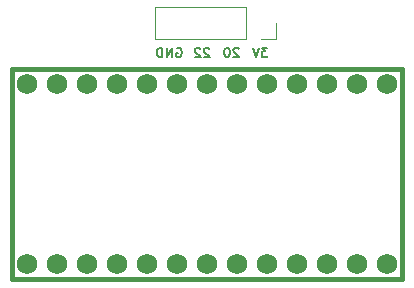
<source format=gbr>
%TF.GenerationSoftware,KiCad,Pcbnew,8.0.6-8.0.6-0~ubuntu24.04.1*%
%TF.CreationDate,2025-04-10T23:09:08-04:00*%
%TF.ProjectId,super-mini-mesh-kicad,73757065-722d-46d6-996e-692d6d657368,rev?*%
%TF.SameCoordinates,Original*%
%TF.FileFunction,Legend,Bot*%
%TF.FilePolarity,Positive*%
%FSLAX46Y46*%
G04 Gerber Fmt 4.6, Leading zero omitted, Abs format (unit mm)*
G04 Created by KiCad (PCBNEW 8.0.6-8.0.6-0~ubuntu24.04.1) date 2025-04-10 23:09:08*
%MOMM*%
%LPD*%
G01*
G04 APERTURE LIST*
%ADD10C,0.150000*%
%ADD11C,0.381000*%
%ADD12C,0.120000*%
%ADD13C,1.752600*%
G04 APERTURE END LIST*
D10*
X73591792Y-27632390D02*
X73667982Y-27594295D01*
X73667982Y-27594295D02*
X73782268Y-27594295D01*
X73782268Y-27594295D02*
X73896554Y-27632390D01*
X73896554Y-27632390D02*
X73972744Y-27708580D01*
X73972744Y-27708580D02*
X74010839Y-27784771D01*
X74010839Y-27784771D02*
X74048935Y-27937152D01*
X74048935Y-27937152D02*
X74048935Y-28051438D01*
X74048935Y-28051438D02*
X74010839Y-28203819D01*
X74010839Y-28203819D02*
X73972744Y-28280009D01*
X73972744Y-28280009D02*
X73896554Y-28356200D01*
X73896554Y-28356200D02*
X73782268Y-28394295D01*
X73782268Y-28394295D02*
X73706077Y-28394295D01*
X73706077Y-28394295D02*
X73591792Y-28356200D01*
X73591792Y-28356200D02*
X73553696Y-28318104D01*
X73553696Y-28318104D02*
X73553696Y-28051438D01*
X73553696Y-28051438D02*
X73706077Y-28051438D01*
X73210839Y-28394295D02*
X73210839Y-27594295D01*
X73210839Y-27594295D02*
X72753696Y-28394295D01*
X72753696Y-28394295D02*
X72753696Y-27594295D01*
X72372744Y-28394295D02*
X72372744Y-27594295D01*
X72372744Y-27594295D02*
X72182268Y-27594295D01*
X72182268Y-27594295D02*
X72067982Y-27632390D01*
X72067982Y-27632390D02*
X71991792Y-27708580D01*
X71991792Y-27708580D02*
X71953697Y-27784771D01*
X71953697Y-27784771D02*
X71915601Y-27937152D01*
X71915601Y-27937152D02*
X71915601Y-28051438D01*
X71915601Y-28051438D02*
X71953697Y-28203819D01*
X71953697Y-28203819D02*
X71991792Y-28280009D01*
X71991792Y-28280009D02*
X72067982Y-28356200D01*
X72067982Y-28356200D02*
X72182268Y-28394295D01*
X72182268Y-28394295D02*
X72372744Y-28394295D01*
X76348935Y-27670485D02*
X76310839Y-27632390D01*
X76310839Y-27632390D02*
X76234649Y-27594295D01*
X76234649Y-27594295D02*
X76044173Y-27594295D01*
X76044173Y-27594295D02*
X75967982Y-27632390D01*
X75967982Y-27632390D02*
X75929887Y-27670485D01*
X75929887Y-27670485D02*
X75891792Y-27746676D01*
X75891792Y-27746676D02*
X75891792Y-27822866D01*
X75891792Y-27822866D02*
X75929887Y-27937152D01*
X75929887Y-27937152D02*
X76387030Y-28394295D01*
X76387030Y-28394295D02*
X75891792Y-28394295D01*
X75587030Y-27670485D02*
X75548934Y-27632390D01*
X75548934Y-27632390D02*
X75472744Y-27594295D01*
X75472744Y-27594295D02*
X75282268Y-27594295D01*
X75282268Y-27594295D02*
X75206077Y-27632390D01*
X75206077Y-27632390D02*
X75167982Y-27670485D01*
X75167982Y-27670485D02*
X75129887Y-27746676D01*
X75129887Y-27746676D02*
X75129887Y-27822866D01*
X75129887Y-27822866D02*
X75167982Y-27937152D01*
X75167982Y-27937152D02*
X75625125Y-28394295D01*
X75625125Y-28394295D02*
X75129887Y-28394295D01*
X81287030Y-27594295D02*
X80791792Y-27594295D01*
X80791792Y-27594295D02*
X81058458Y-27899057D01*
X81058458Y-27899057D02*
X80944173Y-27899057D01*
X80944173Y-27899057D02*
X80867982Y-27937152D01*
X80867982Y-27937152D02*
X80829887Y-27975247D01*
X80829887Y-27975247D02*
X80791792Y-28051438D01*
X80791792Y-28051438D02*
X80791792Y-28241914D01*
X80791792Y-28241914D02*
X80829887Y-28318104D01*
X80829887Y-28318104D02*
X80867982Y-28356200D01*
X80867982Y-28356200D02*
X80944173Y-28394295D01*
X80944173Y-28394295D02*
X81172744Y-28394295D01*
X81172744Y-28394295D02*
X81248935Y-28356200D01*
X81248935Y-28356200D02*
X81287030Y-28318104D01*
X80563220Y-27594295D02*
X80296553Y-28394295D01*
X80296553Y-28394295D02*
X80029887Y-27594295D01*
X78848935Y-27670485D02*
X78810839Y-27632390D01*
X78810839Y-27632390D02*
X78734649Y-27594295D01*
X78734649Y-27594295D02*
X78544173Y-27594295D01*
X78544173Y-27594295D02*
X78467982Y-27632390D01*
X78467982Y-27632390D02*
X78429887Y-27670485D01*
X78429887Y-27670485D02*
X78391792Y-27746676D01*
X78391792Y-27746676D02*
X78391792Y-27822866D01*
X78391792Y-27822866D02*
X78429887Y-27937152D01*
X78429887Y-27937152D02*
X78887030Y-28394295D01*
X78887030Y-28394295D02*
X78391792Y-28394295D01*
X77896553Y-27594295D02*
X77820363Y-27594295D01*
X77820363Y-27594295D02*
X77744172Y-27632390D01*
X77744172Y-27632390D02*
X77706077Y-27670485D01*
X77706077Y-27670485D02*
X77667982Y-27746676D01*
X77667982Y-27746676D02*
X77629887Y-27899057D01*
X77629887Y-27899057D02*
X77629887Y-28089533D01*
X77629887Y-28089533D02*
X77667982Y-28241914D01*
X77667982Y-28241914D02*
X77706077Y-28318104D01*
X77706077Y-28318104D02*
X77744172Y-28356200D01*
X77744172Y-28356200D02*
X77820363Y-28394295D01*
X77820363Y-28394295D02*
X77896553Y-28394295D01*
X77896553Y-28394295D02*
X77972744Y-28356200D01*
X77972744Y-28356200D02*
X78010839Y-28318104D01*
X78010839Y-28318104D02*
X78048934Y-28241914D01*
X78048934Y-28241914D02*
X78087030Y-28089533D01*
X78087030Y-28089533D02*
X78087030Y-27899057D01*
X78087030Y-27899057D02*
X78048934Y-27746676D01*
X78048934Y-27746676D02*
X78010839Y-27670485D01*
X78010839Y-27670485D02*
X77972744Y-27632390D01*
X77972744Y-27632390D02*
X77896553Y-27594295D01*
D11*
%TO.C,U2*%
X59670000Y-29390000D02*
X59670000Y-47170000D01*
X59670000Y-47170000D02*
X92690000Y-47170000D01*
X92690000Y-29390000D02*
X59670000Y-29390000D01*
X92690000Y-47170000D02*
X92690000Y-29390000D01*
D12*
%TO.C,J2*%
X71750000Y-24170000D02*
X71750000Y-26830000D01*
X71750000Y-24170000D02*
X79430000Y-24170000D01*
X71750000Y-26830000D02*
X79430000Y-26830000D01*
X79430000Y-24170000D02*
X79430000Y-26830000D01*
X82030000Y-25500000D02*
X82030000Y-26830000D01*
X82030000Y-26830000D02*
X80700000Y-26830000D01*
%TD*%
D13*
%TO.C,U2*%
X63480000Y-45900000D03*
X66020000Y-45900000D03*
X68560000Y-45900000D03*
X71100000Y-45900000D03*
X73640000Y-45900000D03*
X76180000Y-45900000D03*
X78720000Y-45900000D03*
X81260000Y-45900000D03*
X83800000Y-45900000D03*
X86340000Y-45900000D03*
X88880000Y-45900000D03*
X91420000Y-45900000D03*
X91420000Y-30660000D03*
X88880000Y-30660000D03*
X86340000Y-30660000D03*
X83800000Y-30660000D03*
X81260000Y-30660000D03*
X78720000Y-30660000D03*
X76180000Y-30660000D03*
X73640000Y-30660000D03*
X71100000Y-30660000D03*
X68560000Y-30660000D03*
X66020000Y-30660000D03*
X63480000Y-30660000D03*
X60940000Y-30660000D03*
X60940000Y-45900000D03*
%TD*%
M02*

</source>
